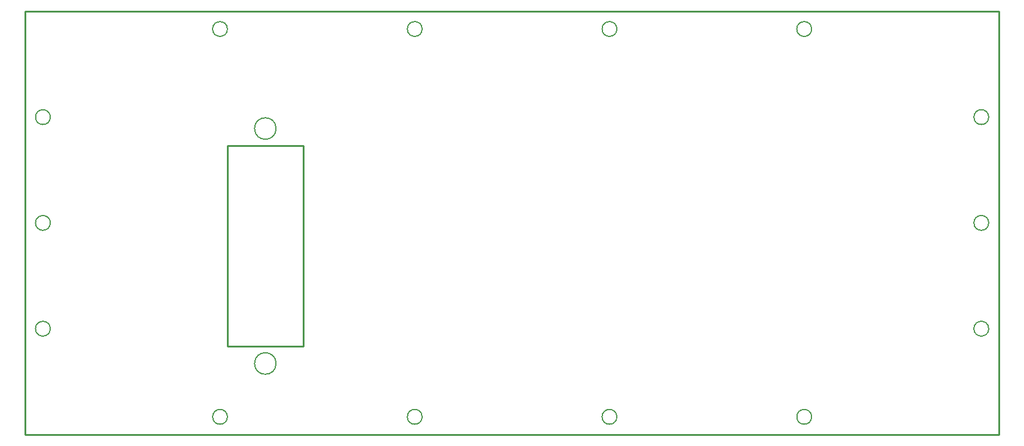
<source format=gko>
G04*
G04 #@! TF.GenerationSoftware,Altium Limited,Altium Designer,22.4.2 (48)*
G04*
G04 Layer_Color=16711935*
%FSLAX25Y25*%
%MOIN*%
G70*
G04*
G04 #@! TF.SameCoordinates,7D04F6A7-785E-49C2-8212-7A515D76B669*
G04*
G04*
G04 #@! TF.FilePolarity,Positive*
G04*
G01*
G75*
%ADD12C,0.01000*%
%ADD15C,0.00591*%
D12*
X-430819Y-187098D02*
Y-74894D01*
X-388299Y-187098D02*
Y-74894D01*
X-430819D02*
X-388299D01*
X-430819Y-187098D02*
X-388299D01*
X-543559Y0D02*
X0D01*
Y-236221D02*
Y0D01*
X-543559Y-236221D02*
X0D01*
X-543559D02*
Y0D01*
D15*
X-403555Y-196587D02*
G03*
X-403555Y-196587I-6004J0D01*
G01*
Y-65405D02*
G03*
X-403555Y-65405I-6004J0D01*
G01*
X-5709Y-177165D02*
G03*
X-5709Y-177165I-4134J0D01*
G01*
Y-118110D02*
G03*
X-5709Y-118110I-4134J0D01*
G01*
Y-59055D02*
G03*
X-5709Y-59055I-4134J0D01*
G01*
X-529583D02*
G03*
X-529583Y-59055I-4134J0D01*
G01*
Y-118110D02*
G03*
X-529583Y-118110I-4134J0D01*
G01*
Y-177165D02*
G03*
X-529583Y-177165I-4134J0D01*
G01*
X-104578Y-226378D02*
G03*
X-104578Y-226378I-4134J0D01*
G01*
X-213290D02*
G03*
X-213290Y-226378I-4134J0D01*
G01*
X-322002D02*
G03*
X-322002Y-226378I-4134J0D01*
G01*
X-430713D02*
G03*
X-430713Y-226378I-4134J0D01*
G01*
Y-9843D02*
G03*
X-430713Y-9843I-4134J0D01*
G01*
X-322002D02*
G03*
X-322002Y-9843I-4134J0D01*
G01*
X-213290D02*
G03*
X-213290Y-9843I-4134J0D01*
G01*
X-104578D02*
G03*
X-104578Y-9843I-4134J0D01*
G01*
M02*

</source>
